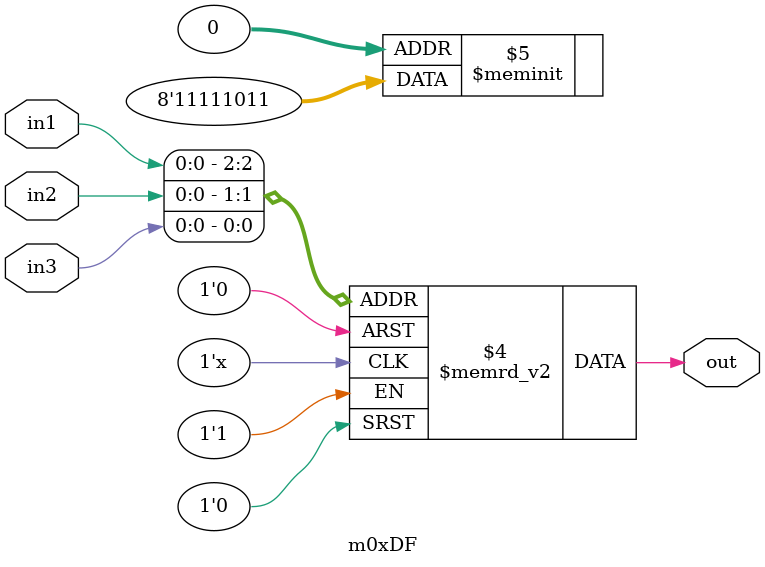
<source format=v>
module m0xDF(output out, input in1, in2, in3);

   always @(in1, in2, in3)
     begin
        case({in1, in2, in3})
          3'b000: {out} = 1'b1;
          3'b001: {out} = 1'b1;
          3'b010: {out} = 1'b0;
          3'b011: {out} = 1'b1;
          3'b100: {out} = 1'b1;
          3'b101: {out} = 1'b1;
          3'b110: {out} = 1'b1;
          3'b111: {out} = 1'b1;
        endcase // case ({in1, in2, in3})
     end // always @ (in1, in2, in3)

endmodule // m0xDF
</source>
